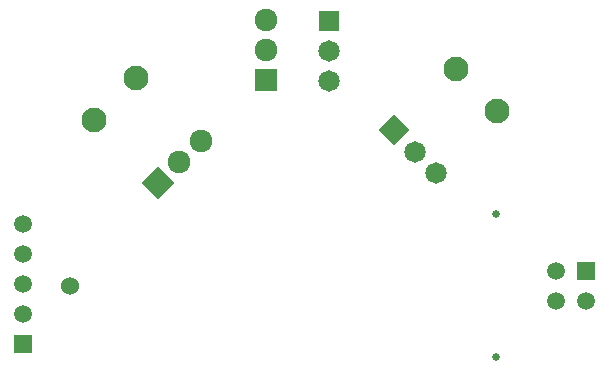
<source format=gbr>
%TF.GenerationSoftware,Altium Limited,Altium Designer,22.1.2 (22)*%
G04 Layer_Color=255*
%FSLAX45Y45*%
%MOMM*%
%TF.SameCoordinates,A05C4332-DD78-49BD-A17D-671ED2E2A3CF*%
%TF.FilePolarity,Positive*%
%TF.FileFunction,Pads,Bot*%
%TF.Part,Single*%
G01*
G75*
%TA.AperFunction,ComponentPad*%
%ADD33R,1.50000X1.50000*%
%ADD34C,1.50000*%
%ADD35C,1.92000*%
%ADD36P,2.71529X4X90.0*%
%ADD37C,0.65000*%
%ADD38R,1.50000X1.50000*%
%ADD39R,1.81500X1.81500*%
%ADD40C,1.81500*%
%ADD41R,1.92000X1.92000*%
%ADD42C,2.10000*%
%ADD43P,2.56680X4X360.0*%
%TA.AperFunction,ViaPad*%
%ADD44C,1.52400*%
D33*
X254000Y2108200D02*
D03*
D34*
Y2362200D02*
D03*
Y2616200D02*
D03*
Y2870200D02*
D03*
Y3124200D02*
D03*
X4762800Y2727000D02*
D03*
Y2473000D02*
D03*
X5016800D02*
D03*
D35*
X1754405Y3824505D02*
D03*
X1574800Y3644900D02*
D03*
X2311400Y4597400D02*
D03*
Y4851400D02*
D03*
D36*
X1395195Y3465295D02*
D03*
D37*
X4254800Y1992383D02*
D03*
Y3208541D02*
D03*
D38*
X5016800Y2727000D02*
D03*
D39*
X2844800Y4838700D02*
D03*
D40*
X2844800Y4584700D02*
D03*
X2844800Y4330700D02*
D03*
X3568700Y3733800D02*
D03*
X3748305Y3554195D02*
D03*
D41*
X2311400Y4343400D02*
D03*
D42*
X4267200Y4076700D02*
D03*
X3913647Y4430253D02*
D03*
X1206500Y4356100D02*
D03*
X852947Y4002547D02*
D03*
D43*
X3389095Y3913405D02*
D03*
D44*
X650000Y2600000D02*
D03*
%TF.MD5,22b45c1b44c8559111344edfff33bcef*%
M02*

</source>
